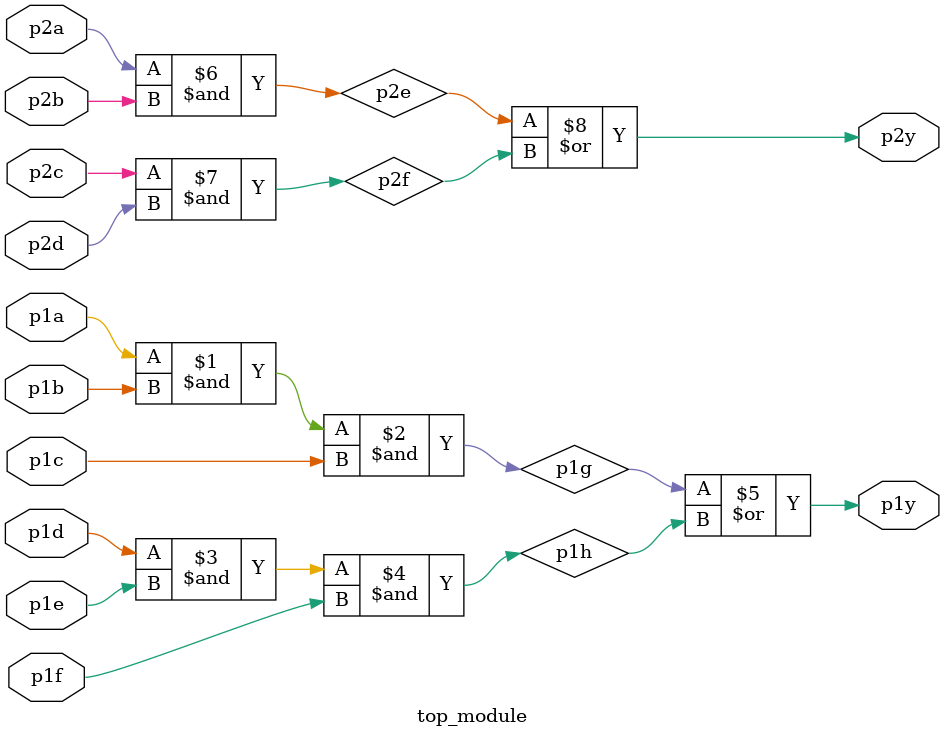
<source format=sv>
module top_module(
	input p1a,
	input p1b,
	input p1c,
	input p1d,
	input p1e,
	input p1f,
	output p1y,
	input p2a,
	input p2b,
	input p2c,
	input p2d,
	output p2y
);

	// Intermediate wires
	wire p1g, p1h, p2e, p2f;

	// AND gates
	assign p1g = p1a & p1b & p1c;
	assign p1h = p1d & p1e & p1f;

	// OR gates
	assign p1y = p1g | p1h;

	// AND gates
	assign p2e = p2a & p2b;
	assign p2f = p2c & p2d;

	// OR gates
	assign p2y = p2e | p2f;

endmodule

</source>
